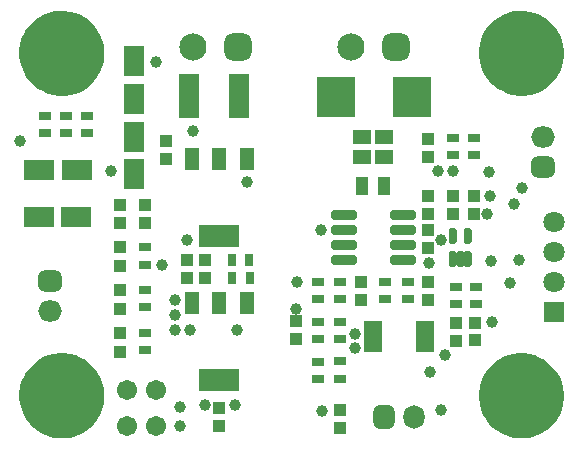
<source format=gts>
G04*
G04 #@! TF.GenerationSoftware,Altium Limited,Altium Designer,21.3.2 (30)*
G04*
G04 Layer_Color=8388736*
%FSTAX25Y25*%
%MOIN*%
G70*
G04*
G04 #@! TF.SameCoordinates,A5ECCF02-3B51-4883-8FBB-CF9BCB37C224*
G04*
G04*
G04 #@! TF.FilePolarity,Negative*
G04*
G01*
G75*
%ADD35R,0.12611X0.13792*%
%ADD36C,0.06706*%
%ADD37R,0.13792X0.07296*%
%ADD38R,0.04540X0.07296*%
%ADD39R,0.03950X0.03950*%
%ADD40R,0.02965X0.04343*%
%ADD41R,0.06800X0.14800*%
%ADD42R,0.06902X0.10052*%
%ADD43R,0.04343X0.02965*%
%ADD44R,0.10052X0.06902*%
%ADD45R,0.03950X0.03950*%
G04:AMPARAMS|DCode=46|XSize=85.56mil|YSize=31.62mil|CornerRadius=6.95mil|HoleSize=0mil|Usage=FLASHONLY|Rotation=0.000|XOffset=0mil|YOffset=0mil|HoleType=Round|Shape=RoundedRectangle|*
%AMROUNDEDRECTD46*
21,1,0.08556,0.01772,0,0,0.0*
21,1,0.07165,0.03162,0,0,0.0*
1,1,0.01391,0.03583,-0.00886*
1,1,0.01391,-0.03583,-0.00886*
1,1,0.01391,-0.03583,0.00886*
1,1,0.01391,0.03583,0.00886*
%
%ADD46ROUNDEDRECTD46*%
%ADD47R,0.04343X0.05918*%
%ADD48R,0.05918X0.05131*%
G04:AMPARAMS|DCode=49|XSize=54.85mil|YSize=23.75mil|CornerRadius=5.97mil|HoleSize=0mil|Usage=FLASHONLY|Rotation=90.000|XOffset=0mil|YOffset=0mil|HoleType=Round|Shape=RoundedRectangle|*
%AMROUNDEDRECTD49*
21,1,0.05485,0.01181,0,0,90.0*
21,1,0.04291,0.02375,0,0,90.0*
1,1,0.01194,0.00591,0.02146*
1,1,0.01194,0.00591,-0.02146*
1,1,0.01194,-0.00591,-0.02146*
1,1,0.01194,-0.00591,0.02146*
%
%ADD49ROUNDEDRECTD49*%
%ADD50R,0.06312X0.02572*%
G04:AMPARAMS|DCode=51|XSize=90.68mil|YSize=90.68mil|CornerRadius=24.67mil|HoleSize=0mil|Usage=FLASHONLY|Rotation=180.000|XOffset=0mil|YOffset=0mil|HoleType=Round|Shape=RoundedRectangle|*
%AMROUNDEDRECTD51*
21,1,0.09068,0.04134,0,0,180.0*
21,1,0.04134,0.09068,0,0,180.0*
1,1,0.04934,-0.02067,0.02067*
1,1,0.04934,0.02067,0.02067*
1,1,0.04934,0.02067,-0.02067*
1,1,0.04934,-0.02067,-0.02067*
%
%ADD51ROUNDEDRECTD51*%
%ADD52C,0.09068*%
G04:AMPARAMS|DCode=53|XSize=78.87mil|YSize=70.99mil|CornerRadius=19.75mil|HoleSize=0mil|Usage=FLASHONLY|Rotation=0.000|XOffset=0mil|YOffset=0mil|HoleType=Round|Shape=RoundedRectangle|*
%AMROUNDEDRECTD53*
21,1,0.07887,0.03150,0,0,0.0*
21,1,0.03937,0.07099,0,0,0.0*
1,1,0.03950,0.01968,-0.01575*
1,1,0.03950,-0.01968,-0.01575*
1,1,0.03950,-0.01968,0.01575*
1,1,0.03950,0.01968,0.01575*
%
%ADD53ROUNDEDRECTD53*%
%ADD54O,0.07887X0.07099*%
%ADD55C,0.16548*%
%ADD56C,0.07099*%
%ADD57R,0.07099X0.07099*%
%ADD58O,0.07099X0.07887*%
G04:AMPARAMS|DCode=59|XSize=78.87mil|YSize=70.99mil|CornerRadius=19.75mil|HoleSize=0mil|Usage=FLASHONLY|Rotation=90.000|XOffset=0mil|YOffset=0mil|HoleType=Round|Shape=RoundedRectangle|*
%AMROUNDEDRECTD59*
21,1,0.07887,0.03150,0,0,90.0*
21,1,0.03937,0.07099,0,0,90.0*
1,1,0.03950,0.01575,0.01968*
1,1,0.03950,0.01575,-0.01968*
1,1,0.03950,-0.01575,-0.01968*
1,1,0.03950,-0.01575,0.01968*
%
%ADD59ROUNDEDRECTD59*%
%ADD60C,0.03950*%
%ADD61C,0.03398*%
G36*
X0241424Y0288042D02*
X0241424Y0287117D01*
X0241182Y0285284D01*
X0240704Y0283498D01*
X0239996Y0281789D01*
X0239071Y0280188D01*
X0237946Y0278721D01*
X0236638Y0277413D01*
X0235171Y0276287D01*
X0233569Y0275363D01*
X0231861Y0274655D01*
X0230075Y0274177D01*
X0228241Y0273935D01*
X0227317D01*
X0226383Y0273935D01*
X0224533Y0274178D01*
X022273Y0274661D01*
X0221006Y0275375D01*
X0219389Y0276308D01*
X0217908Y0277444D01*
X0216588Y0278764D01*
X0215452Y0280244D01*
X0214518Y028186D01*
X0213804Y0283584D01*
X0213321Y0285387D01*
X0213077Y0287238D01*
X0213077Y0288171D01*
X0213077Y0289099D01*
X0213319Y0290938D01*
X0213801Y029273D01*
X0214513Y0294443D01*
X0215443Y0296048D01*
X0216576Y0297518D01*
X0217891Y0298827D01*
X0219366Y0299952D01*
X0220975Y0300874D01*
X0222692Y0301578D01*
X0224486Y0302051D01*
X0226326Y0302286D01*
X0227254Y0302281D01*
X0228184Y0302277D01*
X0230028Y0302026D01*
X0231823Y0301537D01*
X023354Y0300818D01*
X0235148Y0299883D01*
X0236621Y0298745D01*
X0237934Y0297427D01*
X0239063Y0295948D01*
X0239991Y0294335D01*
X0240701Y0292615D01*
X0241181Y0290817D01*
X0241424Y0288972D01*
X0241424Y0288042D01*
D01*
D02*
G37*
G36*
Y0402207D02*
X0241424Y0401283D01*
X0241182Y0399449D01*
X0240704Y0397663D01*
X0239996Y0395955D01*
X0239071Y0394353D01*
X0237946Y0392886D01*
X0236638Y0391578D01*
X0235171Y0390453D01*
X0233569Y0389528D01*
X0231861Y038882D01*
X0230075Y0388342D01*
X0228241Y03881D01*
X0227317D01*
X0226383Y03881D01*
X0224533Y0388344D01*
X022273Y0388826D01*
X0221006Y038954D01*
X0219389Y0390473D01*
X0217908Y0391609D01*
X0216588Y0392929D01*
X0215452Y0394409D01*
X0214518Y0396026D01*
X0213804Y039775D01*
X0213321Y0399553D01*
X0213077Y0401403D01*
X0213077Y0402336D01*
X0213077Y0403264D01*
X0213319Y0405103D01*
X0213801Y0406895D01*
X0214513Y0408608D01*
X0215443Y0410213D01*
X0216576Y0411683D01*
X0217891Y0412992D01*
X0219366Y0414117D01*
X0220975Y041504D01*
X0222692Y0415744D01*
X0224486Y0416217D01*
X0226326Y0416451D01*
X0227254Y0416447D01*
X0228184Y0416442D01*
X0230028Y0416191D01*
X0231823Y0415702D01*
X023354Y0414984D01*
X0235148Y0414048D01*
X0236621Y0412911D01*
X0237934Y0411592D01*
X0239063Y0410113D01*
X0239991Y04085D01*
X0240701Y040678D01*
X0241181Y0404983D01*
X0241424Y0403138D01*
X0241424Y0402207D01*
D01*
D02*
G37*
G36*
X0394589Y0288042D02*
X0394589Y0287117D01*
X0394348Y0285284D01*
X0393869Y0283498D01*
X0393161Y0281789D01*
X0392237Y0280188D01*
X0391111Y0278721D01*
X0389803Y0277413D01*
X0388336Y0276287D01*
X0386735Y0275363D01*
X0385026Y0274655D01*
X038324Y0274177D01*
X0381407Y0273935D01*
X0380482D01*
X0379549Y0273935D01*
X0377698Y0274178D01*
X0375896Y0274661D01*
X0374171Y0275375D01*
X0372554Y0276308D01*
X0371074Y0277444D01*
X0369754Y0278764D01*
X0368617Y0280244D01*
X0367684Y028186D01*
X0366969Y0283584D01*
X0366486Y0285387D01*
X0366242Y0287238D01*
X0366242Y0288171D01*
X0366242Y0289099D01*
X0366485Y0290938D01*
X0366966Y029273D01*
X0367678Y0294443D01*
X0368608Y0296048D01*
X0369741Y0297518D01*
X0371056Y0298827D01*
X0372531Y0299952D01*
X0374141Y0300874D01*
X0375857Y0301578D01*
X0377651Y0302051D01*
X0379491Y0302286D01*
X0380419Y0302281D01*
X0381349Y0302277D01*
X0383193Y0302026D01*
X0384988Y0301537D01*
X0386705Y0300818D01*
X0388314Y0299883D01*
X0389787Y0298745D01*
X0391099Y0297427D01*
X0392229Y0295948D01*
X0393157Y0294335D01*
X0393867Y0292615D01*
X0394347Y0290817D01*
X0394589Y0288972D01*
X0394589Y0288042D01*
D01*
D02*
G37*
G36*
Y0402207D02*
X0394589Y0401283D01*
X0394348Y0399449D01*
X0393869Y0397663D01*
X0393161Y0395955D01*
X0392237Y0394353D01*
X0391111Y0392886D01*
X0389803Y0391578D01*
X0388336Y0390453D01*
X0386735Y0389528D01*
X0385026Y038882D01*
X038324Y0388342D01*
X0381407Y03881D01*
X0380482D01*
X0379549Y03881D01*
X0377698Y0388344D01*
X0375896Y0388826D01*
X0374171Y038954D01*
X0372554Y0390473D01*
X0371074Y0391609D01*
X0369754Y0392929D01*
X0368617Y0394409D01*
X0367684Y0396026D01*
X0366969Y039775D01*
X0366486Y0399553D01*
X0366242Y0401403D01*
X0366242Y0402336D01*
X0366242Y0403264D01*
X0366485Y0405103D01*
X0366966Y0406895D01*
X0367678Y0408608D01*
X0368608Y0410213D01*
X0369741Y0411683D01*
X0371056Y0412992D01*
X0372531Y0414117D01*
X0374141Y041504D01*
X0375857Y0415744D01*
X0377651Y0416217D01*
X0379491Y0416451D01*
X0380419Y0416447D01*
X0381349Y0416442D01*
X0383193Y0416191D01*
X0384988Y0415702D01*
X0386705Y0414984D01*
X0388314Y0414048D01*
X0389787Y0412911D01*
X0391099Y0411592D01*
X0392229Y0410113D01*
X0393157Y04085D01*
X0393867Y040678D01*
X0394347Y0404983D01*
X0394589Y0403138D01*
X0394589Y0402207D01*
D01*
D02*
G37*
D35*
X0343821Y0387652D02*
D03*
X0318624D02*
D03*
D36*
X02586Y02901D02*
D03*
Y0278D02*
D03*
X02491D02*
D03*
Y02901D02*
D03*
D37*
X02798Y0293413D02*
D03*
Y0341213D02*
D03*
D38*
X0270745Y03192D02*
D03*
X02798D02*
D03*
X0288855D02*
D03*
X0270745Y0367D02*
D03*
X02798D02*
D03*
X0288855D02*
D03*
D39*
X0275Y03273D02*
D03*
X0269094D02*
D03*
Y03334D02*
D03*
X0275D02*
D03*
D40*
X0289809Y0327272D02*
D03*
X02841D02*
D03*
X0284046Y0333428D02*
D03*
X0289754D02*
D03*
D41*
X0269659Y0388D02*
D03*
X02862D02*
D03*
D42*
X02513Y0399798D02*
D03*
Y03872D02*
D03*
X0251204Y0374486D02*
D03*
Y0361887D02*
D03*
D43*
X02358Y0381263D02*
D03*
Y0375554D02*
D03*
X0228672Y0381263D02*
D03*
Y0375554D02*
D03*
X02216Y0375576D02*
D03*
Y0381284D02*
D03*
X0255Y0337573D02*
D03*
Y0331864D02*
D03*
Y0323304D02*
D03*
Y0317595D02*
D03*
Y0308938D02*
D03*
Y030323D02*
D03*
X03576Y0368246D02*
D03*
Y0373954D02*
D03*
X03647Y03684D02*
D03*
Y0374109D02*
D03*
X03654Y031856D02*
D03*
Y0324269D02*
D03*
X03585Y0324248D02*
D03*
Y0318539D02*
D03*
X0312556Y0326022D02*
D03*
Y0320313D02*
D03*
X0320056Y0326022D02*
D03*
Y0320313D02*
D03*
Y0293846D02*
D03*
Y0299554D02*
D03*
X03125Y0299533D02*
D03*
Y0293824D02*
D03*
Y0312767D02*
D03*
Y0307058D02*
D03*
X032Y0312767D02*
D03*
Y0307058D02*
D03*
X0335Y0320292D02*
D03*
Y0326D02*
D03*
X0342556Y0326022D02*
D03*
Y0320313D02*
D03*
D44*
X0219614Y0363304D02*
D03*
X0232213D02*
D03*
X02321Y03476D02*
D03*
X0219502D02*
D03*
D45*
X02468Y0308938D02*
D03*
Y0302639D02*
D03*
Y0323304D02*
D03*
Y0317005D02*
D03*
Y0337573D02*
D03*
Y0331274D02*
D03*
Y03458D02*
D03*
Y0351706D02*
D03*
X0255028Y03458D02*
D03*
Y0351706D02*
D03*
X02798Y0278095D02*
D03*
Y0284D02*
D03*
X03493Y0373553D02*
D03*
Y0367647D02*
D03*
X03494Y0337494D02*
D03*
Y03434D02*
D03*
Y0354553D02*
D03*
Y0348647D02*
D03*
X0357628Y0354553D02*
D03*
Y0348647D02*
D03*
X0364672Y0354553D02*
D03*
Y0348647D02*
D03*
X03651Y0306547D02*
D03*
Y0312453D02*
D03*
X03585Y0312353D02*
D03*
Y0306447D02*
D03*
X03494Y03202D02*
D03*
Y0326105D02*
D03*
X0320028Y0277347D02*
D03*
Y0283253D02*
D03*
X03052Y0312879D02*
D03*
Y0306974D02*
D03*
X03271Y0325953D02*
D03*
Y0320047D02*
D03*
X02619Y0367D02*
D03*
Y0372905D02*
D03*
D46*
X0340824Y03485D02*
D03*
Y03435D02*
D03*
Y03385D02*
D03*
Y03335D02*
D03*
X0321376D02*
D03*
Y03385D02*
D03*
Y03435D02*
D03*
Y03485D02*
D03*
D47*
X033464Y03581D02*
D03*
X032716D02*
D03*
D48*
X033464Y0374247D02*
D03*
Y0367553D02*
D03*
X032716Y0374247D02*
D03*
Y0367553D02*
D03*
D49*
X0357628Y0341359D02*
D03*
X0362746D02*
D03*
Y03338D02*
D03*
X0360187D02*
D03*
X0357628D02*
D03*
D50*
X0331039Y0311639D02*
D03*
Y030908D02*
D03*
Y0306521D02*
D03*
Y0303961D02*
D03*
X0348361D02*
D03*
Y0306521D02*
D03*
Y030908D02*
D03*
Y0311639D02*
D03*
D51*
X02859Y0404414D02*
D03*
X03387D02*
D03*
D52*
X02709D02*
D03*
X03237D02*
D03*
D53*
X02233Y03265D02*
D03*
X03875Y03645D02*
D03*
D54*
X02233Y03165D02*
D03*
X03875Y03745D02*
D03*
D55*
X022725Y0288108D02*
D03*
X0380415D02*
D03*
X022725Y0402274D02*
D03*
X0380415D02*
D03*
D56*
X03912Y03262D02*
D03*
Y03362D02*
D03*
Y03462D02*
D03*
D57*
Y03162D02*
D03*
D58*
X03445Y02811D02*
D03*
D59*
X03345D02*
D03*
D60*
X02665Y02844D02*
D03*
X02666Y02779D02*
D03*
X03053Y03171D02*
D03*
X0314Y0283D02*
D03*
X0305489Y0326111D02*
D03*
X03549Y03017D02*
D03*
X03501Y02962D02*
D03*
X03708Y03126D02*
D03*
X03578Y03631D02*
D03*
X0377938Y03521D02*
D03*
X03808Y03575D02*
D03*
X03698Y03626D02*
D03*
X0325Y03039D02*
D03*
X03249Y03088D02*
D03*
X03701Y03546D02*
D03*
X0369Y03488D02*
D03*
X03137Y03433D02*
D03*
X03538Y03402D02*
D03*
X03496Y03325D02*
D03*
X02132Y03732D02*
D03*
X02436Y0363D02*
D03*
X0271Y03764D02*
D03*
X02588Y03994D02*
D03*
X02857Y031D02*
D03*
X0269Y03399D02*
D03*
X02889Y03595D02*
D03*
X03703Y03329D02*
D03*
X03525Y03629D02*
D03*
X03537Y02835D02*
D03*
X03767Y03257D02*
D03*
X0285Y0285D02*
D03*
X0275D02*
D03*
X03797Y03333D02*
D03*
X02606Y03316D02*
D03*
X027Y031D02*
D03*
X0265D02*
D03*
Y0315D02*
D03*
Y032D02*
D03*
D61*
X0222919Y0277675D02*
D03*
X0237683Y0283778D02*
D03*
X0231581Y0298541D02*
D03*
X0216817Y0292439D02*
D03*
X0237683D02*
D03*
X0222919Y0298541D02*
D03*
X0216817Y0283778D02*
D03*
X0231581Y0277675D02*
D03*
X0384746D02*
D03*
X0369982Y0283778D02*
D03*
X0376085Y0298541D02*
D03*
X0390848Y0292439D02*
D03*
X0369982D02*
D03*
X0384746Y0298541D02*
D03*
X0390848Y0283778D02*
D03*
X0376085Y0277675D02*
D03*
X0231581Y0391841D02*
D03*
X0216817Y0397943D02*
D03*
X0222919Y0412707D02*
D03*
X0237683Y0406604D02*
D03*
X0216817D02*
D03*
X0231581Y0412707D02*
D03*
X0237683Y0397943D02*
D03*
X0222919Y0391841D02*
D03*
X0376085D02*
D03*
X0390848Y0397943D02*
D03*
X0384746Y0412707D02*
D03*
X0369982Y0406604D02*
D03*
X0390848D02*
D03*
X0376085Y0412707D02*
D03*
X0369982Y0397943D02*
D03*
X0384746Y0391841D02*
D03*
M02*

</source>
